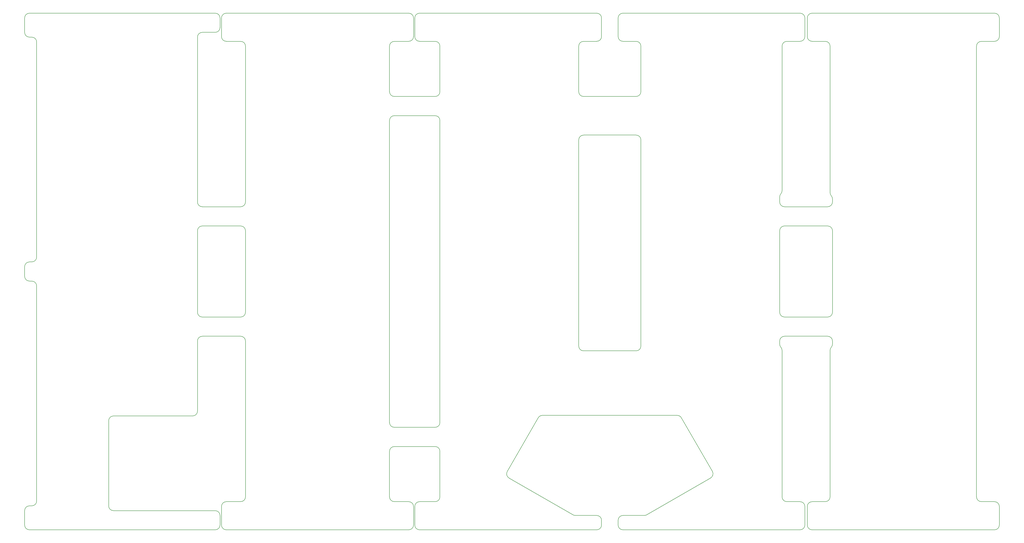
<source format=gm1>
%TF.GenerationSoftware,KiCad,Pcbnew,7.0.2-0*%
%TF.CreationDate,2024-05-08T22:34:26-07:00*%
%TF.ProjectId,FlexDeploySidePanels,466c6578-4465-4706-9c6f-795369646550,v3b*%
%TF.SameCoordinates,Original*%
%TF.FileFunction,Profile,NP*%
%FSLAX46Y46*%
G04 Gerber Fmt 4.6, Leading zero omitted, Abs format (unit mm)*
G04 Created by KiCad (PCBNEW 7.0.2-0) date 2024-05-08 22:34:26*
%MOMM*%
%LPD*%
G01*
G04 APERTURE LIST*
%TA.AperFunction,Profile*%
%ADD10C,0.200000*%
%TD*%
G04 APERTURE END LIST*
D10*
X242200000Y-301000000D02*
X242200000Y-282000000D01*
X252200000Y-109000000D02*
X252200000Y-101250000D01*
X180200000Y-303000000D02*
G75*
G03*
X182200000Y-301000000I0J2000000D01*
G01*
X164200000Y-188000000D02*
G75*
G03*
X162200000Y-190000000I0J-2000000D01*
G01*
X263200000Y-113000000D02*
X263200000Y-132000000D01*
X95200000Y-213000000D02*
G75*
G03*
X93200000Y-211000000I-2000000J0D01*
G01*
X363761376Y-268000959D02*
X376684025Y-290383645D01*
X415218000Y-305000000D02*
G75*
G03*
X413218000Y-303000000I-2000000J0D01*
G01*
X127200000Y-267250000D02*
X160200000Y-267250000D01*
X339418000Y-99250000D02*
G75*
G03*
X337418000Y-101250000I0J-2000000D01*
G01*
X415218000Y-101250000D02*
G75*
G03*
X413218000Y-99250000I-2000000J0D01*
G01*
X346918000Y-152100000D02*
G75*
G03*
X344918000Y-150100000I-2000000J0D01*
G01*
X494218000Y-111000000D02*
G75*
G03*
X496218000Y-109000000I0J2000000D01*
G01*
X162200000Y-178000000D02*
G75*
G03*
X164200000Y-180000000I2000000J0D01*
G01*
X405718000Y-173267949D02*
X405718000Y-113000000D01*
X125200000Y-304750000D02*
G75*
G03*
X127200000Y-306750000I2000000J0D01*
G01*
X337418000Y-310750000D02*
X337418000Y-312750000D01*
X90200000Y-306750000D02*
X90200000Y-312750000D01*
X250200000Y-314750000D02*
G75*
G03*
X252200000Y-312750000I0J2000000D01*
G01*
X174200000Y-111000000D02*
X180200000Y-111000000D01*
X426718000Y-236000000D02*
X426718000Y-237267949D01*
X244200000Y-280000000D02*
X261200000Y-280000000D01*
X172200000Y-101250000D02*
X172200000Y-109000000D01*
X172200000Y-312750000D02*
G75*
G03*
X174200000Y-314750000I2000000J0D01*
G01*
X413218000Y-314750000D02*
G75*
G03*
X415218000Y-312750000I0J2000000D01*
G01*
X406718000Y-188000000D02*
G75*
G03*
X404718000Y-190000000I0J-2000000D01*
G01*
X95200000Y-111250000D02*
G75*
G03*
X93200000Y-109250000I-2000000J0D01*
G01*
X254710000Y-111000000D02*
X261200000Y-111000000D01*
X339418000Y-111000000D02*
X344918000Y-111000000D01*
X93200000Y-203000000D02*
X92200000Y-203000000D01*
X494218000Y-303000000D02*
X488718000Y-303000000D01*
X174200000Y-314750000D02*
X250200000Y-314750000D01*
X261200000Y-303000000D02*
X254710000Y-303000000D01*
X182200000Y-190000000D02*
X182200000Y-224000000D01*
X162200000Y-224000000D02*
X162200000Y-190000000D01*
X252710000Y-109000000D02*
G75*
G03*
X254710000Y-111000000I2000000J0D01*
G01*
X164200000Y-107250000D02*
X169600000Y-107250000D01*
X321010000Y-238100000D02*
X321010000Y-152100000D01*
X169600000Y-107250000D02*
G75*
G03*
X171600000Y-105250000I0J2000000D01*
G01*
X413218000Y-111000000D02*
G75*
G03*
X415218000Y-109000000I0J2000000D01*
G01*
X92200000Y-304750000D02*
G75*
G03*
X90200000Y-306750000I0J-2000000D01*
G01*
X407718000Y-111000000D02*
X413218000Y-111000000D01*
X405717999Y-239913701D02*
G75*
G03*
X405218000Y-238590825I-1999999J1D01*
G01*
X164200000Y-107250000D02*
G75*
G03*
X162200000Y-109250000I0J-2000000D01*
G01*
X172200000Y-305000000D02*
X172200000Y-312750000D01*
X404718000Y-224000000D02*
G75*
G03*
X406718000Y-226000000I2000000J0D01*
G01*
X169600000Y-99250000D02*
X92200000Y-99250000D01*
X425718000Y-239913701D02*
X425718000Y-301000000D01*
X337418000Y-312750000D02*
G75*
G03*
X339418000Y-314750000I2000000J0D01*
G01*
X337418000Y-109000000D02*
G75*
G03*
X339418000Y-111000000I2000000J0D01*
G01*
X242200000Y-132000000D02*
X242200000Y-113000000D01*
X164200000Y-234000000D02*
G75*
G03*
X162200000Y-236000000I0J-2000000D01*
G01*
X164200000Y-188000000D02*
X180200000Y-188000000D01*
X413218000Y-99250000D02*
X339418000Y-99250000D01*
X162200000Y-265250000D02*
X162200000Y-236000000D01*
X318591333Y-308482051D02*
X291976025Y-293115696D01*
X424718000Y-180000000D02*
G75*
G03*
X426718000Y-178000000I0J2000000D01*
G01*
X180200000Y-180000000D02*
X164200000Y-180000000D01*
X424718000Y-226000000D02*
G75*
G03*
X426718000Y-224000000I0J2000000D01*
G01*
X92200000Y-211000000D02*
X93200000Y-211000000D01*
X404718000Y-178000000D02*
X404718000Y-175913701D01*
X250200000Y-99250000D02*
X174200000Y-99250000D01*
X261200000Y-134000000D02*
X244200000Y-134000000D01*
X323010000Y-111000000D02*
G75*
G03*
X321010000Y-113000000I0J-2000000D01*
G01*
X244200000Y-111000000D02*
X250200000Y-111000000D01*
X423718000Y-303000000D02*
G75*
G03*
X425718000Y-301000000I0J2000000D01*
G01*
X182200000Y-113000000D02*
X182200000Y-178000000D01*
X180200000Y-180000000D02*
G75*
G03*
X182200000Y-178000000I0J2000000D01*
G01*
X242200000Y-270000000D02*
G75*
G03*
X244200000Y-272000000I2000000J0D01*
G01*
X95200000Y-213000000D02*
X95200000Y-302750000D01*
X404718034Y-237267949D02*
G75*
G03*
X405218000Y-238590825I1999966J-51D01*
G01*
X180200000Y-226000000D02*
X164200000Y-226000000D01*
X496218000Y-305000000D02*
G75*
G03*
X494218000Y-303000000I-2000000J0D01*
G01*
X90200000Y-209000000D02*
G75*
G03*
X92200000Y-211000000I2000000J0D01*
G01*
X418218000Y-314750000D02*
X494218000Y-314750000D01*
X415218000Y-312750000D02*
X415218000Y-305000000D01*
X92200000Y-314750000D02*
X169600000Y-314750000D01*
X180200000Y-226000000D02*
G75*
G03*
X182200000Y-224000000I0J2000000D01*
G01*
X291243975Y-290383645D02*
X304166624Y-268000959D01*
X344918000Y-134000000D02*
G75*
G03*
X346918000Y-132000000I0J2000000D01*
G01*
X318591325Y-308482065D02*
G75*
G03*
X319591333Y-308750000I999975J1732065D01*
G01*
X406718000Y-188000000D02*
X424718000Y-188000000D01*
X305898675Y-267000959D02*
X362029325Y-267000959D01*
X261200000Y-272000000D02*
G75*
G03*
X263200000Y-270000000I0J2000000D01*
G01*
X330510000Y-101250000D02*
G75*
G03*
X328510000Y-99250000I-2000000J0D01*
G01*
X252200000Y-101250000D02*
G75*
G03*
X250200000Y-99250000I-2000000J0D01*
G01*
X127200000Y-267250000D02*
G75*
G03*
X125200000Y-269250000I0J-2000000D01*
G01*
X413218000Y-303000000D02*
X407718000Y-303000000D01*
X328510000Y-308750000D02*
X319591333Y-308750000D01*
X423718000Y-303000000D02*
X418218000Y-303000000D01*
X404718000Y-178000000D02*
G75*
G03*
X406718000Y-180000000I2000000J0D01*
G01*
X375951975Y-293115696D02*
X349336667Y-308482051D01*
X250200000Y-303000000D02*
X244200000Y-303000000D01*
X346918000Y-152100000D02*
X346918000Y-238100000D01*
X252710000Y-101250000D02*
X252710000Y-109000000D01*
X252200000Y-312750000D02*
X252200000Y-305000000D01*
X425718001Y-174086299D02*
G75*
G03*
X426218000Y-175409175I1999999J-1D01*
G01*
X242200000Y-132000000D02*
G75*
G03*
X244200000Y-134000000I2000000J0D01*
G01*
X90200000Y-205000000D02*
X90200000Y-209000000D01*
X263200000Y-113000000D02*
G75*
G03*
X261200000Y-111000000I-2000000J0D01*
G01*
X242200000Y-301000000D02*
G75*
G03*
X244200000Y-303000000I2000000J0D01*
G01*
X92200000Y-203000000D02*
G75*
G03*
X90200000Y-205000000I0J-2000000D01*
G01*
X171600000Y-308750000D02*
G75*
G03*
X169600000Y-306750000I-2000000J0D01*
G01*
X426218025Y-238590847D02*
G75*
G03*
X426718000Y-237267949I-1500025J1322847D01*
G01*
X494218000Y-99250000D02*
X418218000Y-99250000D01*
X252710000Y-312750000D02*
G75*
G03*
X254710000Y-314750000I2000000J0D01*
G01*
X182200000Y-236000000D02*
G75*
G03*
X180200000Y-234000000I-2000000J0D01*
G01*
X93200000Y-203000000D02*
G75*
G03*
X95200000Y-201000000I0J2000000D01*
G01*
X339418000Y-308750000D02*
G75*
G03*
X337418000Y-310750000I0J-2000000D01*
G01*
X92200000Y-109250000D02*
X93200000Y-109250000D01*
X93200000Y-304750000D02*
X92200000Y-304750000D01*
X180200000Y-303000000D02*
X174200000Y-303000000D01*
X426718000Y-190000000D02*
X426718000Y-224000000D01*
X291243914Y-290383610D02*
G75*
G03*
X291976025Y-293115695I1732086J-999990D01*
G01*
X263200000Y-144000000D02*
X263200000Y-270000000D01*
X418218000Y-99250000D02*
G75*
G03*
X416218000Y-101250000I0J-2000000D01*
G01*
X344918000Y-240100000D02*
X323010000Y-240100000D01*
X405218025Y-174590847D02*
G75*
G03*
X405718000Y-173267949I-1500025J1322847D01*
G01*
X90200000Y-101250000D02*
X90200000Y-107250000D01*
X171600000Y-105250000D02*
X171600000Y-101250000D01*
X90200000Y-107250000D02*
G75*
G03*
X92200000Y-109250000I2000000J0D01*
G01*
X125200000Y-304750000D02*
X125200000Y-269250000D01*
X95200000Y-111250000D02*
X95200000Y-201000000D01*
X425718000Y-113000000D02*
X425718000Y-174086299D01*
X426717966Y-176732051D02*
G75*
G03*
X426218000Y-175409175I-1999966J51D01*
G01*
X406718000Y-234000000D02*
X424718000Y-234000000D01*
X488718000Y-111000000D02*
X494218000Y-111000000D01*
X404718000Y-237267949D02*
X404718000Y-236000000D01*
X426718000Y-176732051D02*
X426718000Y-178000000D01*
X416218000Y-109000000D02*
G75*
G03*
X418218000Y-111000000I2000000J0D01*
G01*
X93200000Y-304750000D02*
G75*
G03*
X95200000Y-302750000I0J2000000D01*
G01*
X261200000Y-272000000D02*
X244200000Y-272000000D01*
X244200000Y-142000000D02*
G75*
G03*
X242200000Y-144000000I0J-2000000D01*
G01*
X328510000Y-99250000D02*
X254710000Y-99250000D01*
X344918000Y-240100000D02*
G75*
G03*
X346918000Y-238100000I0J2000000D01*
G01*
X405718000Y-301000000D02*
X405718000Y-239913701D01*
X321010000Y-132000000D02*
G75*
G03*
X323010000Y-134000000I2000000J0D01*
G01*
X244200000Y-280000000D02*
G75*
G03*
X242200000Y-282000000I0J-2000000D01*
G01*
X346918000Y-113000000D02*
X346918000Y-132000000D01*
X182200000Y-190000000D02*
G75*
G03*
X180200000Y-188000000I-2000000J0D01*
G01*
X363761375Y-268000960D02*
G75*
G03*
X362029325Y-267000959I-1732075J-1000040D01*
G01*
X90200000Y-312750000D02*
G75*
G03*
X92200000Y-314750000I2000000J0D01*
G01*
X496218000Y-312750000D02*
X496218000Y-305000000D01*
X494218000Y-314750000D02*
G75*
G03*
X496218000Y-312750000I0J2000000D01*
G01*
X486718000Y-301000000D02*
X486718000Y-113000000D01*
X182200000Y-236000000D02*
X182200000Y-301000000D01*
X330510000Y-312750000D02*
X330510000Y-310750000D01*
X496218000Y-109000000D02*
X496218000Y-101250000D01*
X254710000Y-303000000D02*
G75*
G03*
X252710000Y-305000000I0J-2000000D01*
G01*
X425718000Y-113000000D02*
G75*
G03*
X423718000Y-111000000I-2000000J0D01*
G01*
X339418000Y-314750000D02*
X413218000Y-314750000D01*
X172200000Y-109000000D02*
G75*
G03*
X174200000Y-111000000I2000000J0D01*
G01*
X263200000Y-144000000D02*
G75*
G03*
X261200000Y-142000000I-2000000J0D01*
G01*
X346918000Y-113000000D02*
G75*
G03*
X344918000Y-111000000I-2000000J0D01*
G01*
X254710000Y-99250000D02*
G75*
G03*
X252710000Y-101250000I0J-2000000D01*
G01*
X305898675Y-267000958D02*
G75*
G03*
X304166624Y-268000959I25J-2000042D01*
G01*
X164200000Y-234000000D02*
X180200000Y-234000000D01*
X348336667Y-308749983D02*
G75*
G03*
X349336667Y-308482050I33J1999983D01*
G01*
X415218000Y-109000000D02*
X415218000Y-101250000D01*
X337418000Y-101250000D02*
X337418000Y-109000000D01*
X162200000Y-178000000D02*
X162200000Y-109250000D01*
X426218000Y-238590825D02*
G75*
G03*
X425718000Y-239913701I1500000J-1322875D01*
G01*
X418218000Y-303000000D02*
G75*
G03*
X416218000Y-305000000I0J-2000000D01*
G01*
X424718000Y-226000000D02*
X406718000Y-226000000D01*
X250200000Y-111000000D02*
G75*
G03*
X252200000Y-109000000I0J2000000D01*
G01*
X348336667Y-308750000D02*
X339418000Y-308750000D01*
X182200000Y-113000000D02*
G75*
G03*
X180200000Y-111000000I-2000000J0D01*
G01*
X261200000Y-134000000D02*
G75*
G03*
X263200000Y-132000000I0J2000000D01*
G01*
X407718000Y-111000000D02*
G75*
G03*
X405718000Y-113000000I0J-2000000D01*
G01*
X328510000Y-314750000D02*
G75*
G03*
X330510000Y-312750000I0J2000000D01*
G01*
X404718000Y-224000000D02*
X404718000Y-190000000D01*
X242200000Y-270000000D02*
X242200000Y-144000000D01*
X323010000Y-150100000D02*
X344918000Y-150100000D01*
X330510000Y-310750000D02*
G75*
G03*
X328510000Y-308750000I-2000000J0D01*
G01*
X426718000Y-236000000D02*
G75*
G03*
X424718000Y-234000000I-2000000J0D01*
G01*
X328510000Y-111000000D02*
G75*
G03*
X330510000Y-109000000I0J2000000D01*
G01*
X344918000Y-134000000D02*
X323010000Y-134000000D01*
X254710000Y-314750000D02*
X328510000Y-314750000D01*
X244200000Y-111000000D02*
G75*
G03*
X242200000Y-113000000I0J-2000000D01*
G01*
X263200000Y-282000000D02*
X263200000Y-301000000D01*
X426718000Y-190000000D02*
G75*
G03*
X424718000Y-188000000I-2000000J0D01*
G01*
X424718000Y-180000000D02*
X406718000Y-180000000D01*
X416218000Y-101250000D02*
X416218000Y-109000000D01*
X375951939Y-293115634D02*
G75*
G03*
X376684025Y-290383645I-999939J1732034D01*
G01*
X330510000Y-109000000D02*
X330510000Y-101250000D01*
X252200000Y-305000000D02*
G75*
G03*
X250200000Y-303000000I-2000000J0D01*
G01*
X162200000Y-224000000D02*
G75*
G03*
X164200000Y-226000000I2000000J0D01*
G01*
X406718000Y-234000000D02*
G75*
G03*
X404718000Y-236000000I0J-2000000D01*
G01*
X92200000Y-99250000D02*
G75*
G03*
X90200000Y-101250000I0J-2000000D01*
G01*
X418218000Y-111000000D02*
X423718000Y-111000000D01*
X496218000Y-101250000D02*
G75*
G03*
X494218000Y-99250000I-2000000J0D01*
G01*
X252710000Y-305000000D02*
X252710000Y-312750000D01*
X488718000Y-111000000D02*
G75*
G03*
X486718000Y-113000000I0J-2000000D01*
G01*
X405718000Y-301000000D02*
G75*
G03*
X407718000Y-303000000I2000000J0D01*
G01*
X171600000Y-101250000D02*
G75*
G03*
X169600000Y-99250000I-2000000J0D01*
G01*
X171600000Y-312750000D02*
X171600000Y-308750000D01*
X323010000Y-111000000D02*
X328510000Y-111000000D01*
X169600000Y-306750000D02*
X127200000Y-306750000D01*
X321010000Y-132000000D02*
X321010000Y-113000000D01*
X261200000Y-303000000D02*
G75*
G03*
X263200000Y-301000000I0J2000000D01*
G01*
X263200000Y-282000000D02*
G75*
G03*
X261200000Y-280000000I-2000000J0D01*
G01*
X174200000Y-99250000D02*
G75*
G03*
X172200000Y-101250000I0J-2000000D01*
G01*
X405218000Y-174590825D02*
G75*
G03*
X404718000Y-175913701I1500000J-1322875D01*
G01*
X486718000Y-301000000D02*
G75*
G03*
X488718000Y-303000000I2000000J0D01*
G01*
X416218000Y-312750000D02*
G75*
G03*
X418218000Y-314750000I2000000J0D01*
G01*
X416218000Y-305000000D02*
X416218000Y-312750000D01*
X323010000Y-150100000D02*
G75*
G03*
X321010000Y-152100000I0J-2000000D01*
G01*
X174200000Y-303000000D02*
G75*
G03*
X172200000Y-305000000I0J-2000000D01*
G01*
X160200000Y-267250000D02*
G75*
G03*
X162200000Y-265250000I0J2000000D01*
G01*
X244200000Y-142000000D02*
X261200000Y-142000000D01*
X169600000Y-314750000D02*
G75*
G03*
X171600000Y-312750000I0J2000000D01*
G01*
X321010000Y-238100000D02*
G75*
G03*
X323010000Y-240100000I2000000J0D01*
G01*
M02*

</source>
